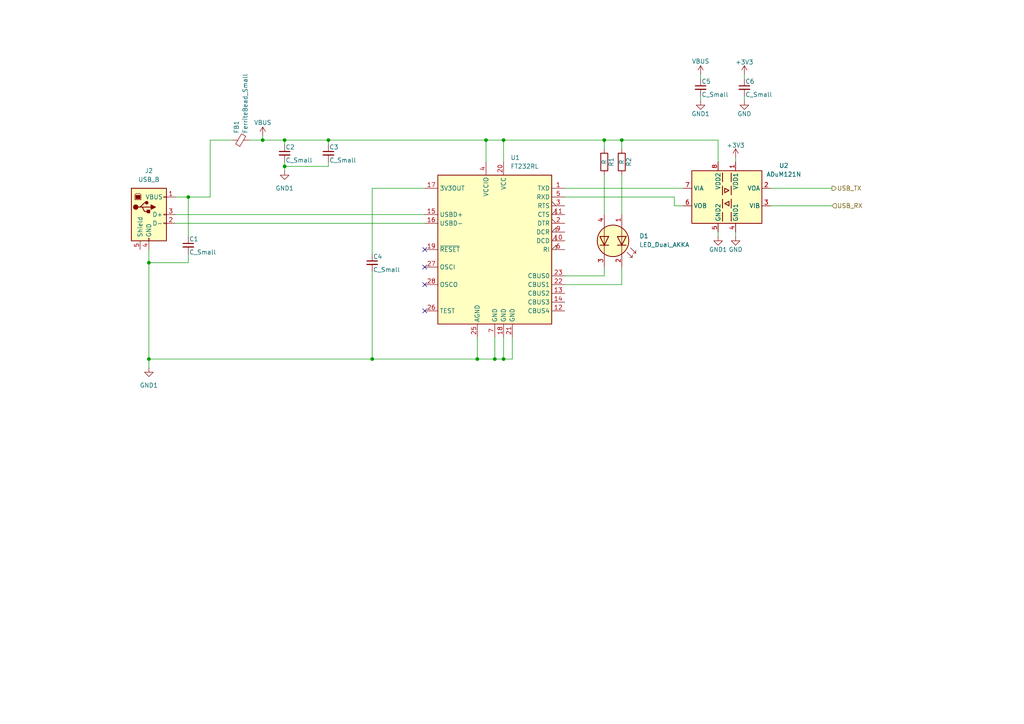
<source format=kicad_sch>
(kicad_sch (version 20211123) (generator eeschema)
  (paper "A4")
  (lib_symbols
    (symbol "Connector:USB_B" (pin_names (offset 1.016))
      (property "Reference" "J" (at -5.08 11.43 0))
      (property "Value" "USB_B" (at -5.08 8.89 0))
      (symbol "USB_B_0_1"
        (rectangle (start -5.08 -7.62) (end 5.08 7.62) (stroke (width 0.254)) (fill (type background)))
        (circle (center -3.81 2.159) (radius 0.635) (stroke (width 0.254)) (fill (type outline)))
        (rectangle (start -3.81 5.588) (end -2.54 4.572) (fill (type outline)))
        (circle (center -0.635 3.429) (radius 0.381) (stroke (width 0.254)) (fill (type outline)))
        (rectangle (start -0.127 -7.62) (end 0.127 -6.858))
        (polyline (pts (xy -1.905 2.159) (xy 0.635 2.159)) (stroke (width 0.254)))
        (polyline (pts (xy -3.175 2.159) (xy -2.54 2.159) (xy -1.27 3.429) (xy -0.635 3.429)) (stroke (width 0.254)))
        (polyline (pts (xy -2.54 2.159) (xy -1.905 2.159) (xy -1.27 0.889) (xy 0 0.889)) (stroke (width 0.254)))
        (polyline (pts (xy 0.635 2.794) (xy 0.635 1.524) (xy 1.905 2.159) (xy 0.635 2.794)) (stroke (width 0.254)) (fill (type outline)))
        (polyline (pts (xy -4.064 4.318) (xy -2.286 4.318) (xy -2.286 5.715) (xy -2.667 6.096) (xy -3.683 6.096) (xy -4.064 5.715) (xy -4.064 4.318)))
        (rectangle (start 0.254 1.27) (end -0.508 0.508) (stroke (width 0.254)) (fill (type outline)))
        (rectangle (start 5.08 -2.667) (end 4.318 -2.413))
        (rectangle (start 5.08 -0.127) (end 4.318 0.127))
        (rectangle (start 5.08 4.953) (end 4.318 5.207))
      )
      (symbol "USB_B_1_1"
        (pin power_out line (at 7.62 5.08 180) (length 2.54) (name "VBUS") (number "1"))
        (pin bidirectional line (at 7.62 -2.54 180) (length 2.54) (name "D-") (number "2"))
        (pin bidirectional line (at 7.62 0 180) (length 2.54) (name "D+") (number "3"))
        (pin power_out line (at 0 -10.16 90) (length 2.54) (name "GND") (number "4"))
        (pin passive line (at -2.54 -10.16 90) (length 2.54) (name "Shield") (number "5"))
      )
    )
    (symbol "Device:C_Small" (pin_numbers hide) (pin_names (offset 0.254) hide)
      (property "Reference" "C" (at 0.254 1.778 0))
      (property "Value" "C_Small" (at 0.254 -2.032 0))
      (symbol "C_Small_0_1"
        (polyline (pts (xy -1.524 -0.508) (xy 1.524 -0.508)) (stroke (width 0.3302)))
        (polyline (pts (xy -1.524 0.508) (xy 1.524 0.508)) (stroke (width 0.3048)))
      )
      (symbol "C_Small_1_1"
        (pin passive line (at 0 2.54 270) (length 2.032) (name "~") (number "1"))
        (pin passive line (at 0 -2.54 90) (length 2.032) (name "~") (number "2"))
      )
    )
    (symbol "Device:FerriteBead_Small" (pin_numbers hide) (pin_names (offset 0))
      (property "Reference" "FB" (at 1.905 1.27 0))
      (property "Value" "FerriteBead_Small" (at 1.905 -1.27 0))
      (symbol "FerriteBead_Small_0_1"
        (polyline (pts (xy 0 -1.27) (xy 0 -0.7874)))
        (polyline (pts (xy 0 0.889) (xy 0 1.2954)))
        (polyline (pts (xy -1.8288 0.2794) (xy -1.1176 1.4986) (xy 1.8288 -0.2032) (xy 1.1176 -1.4224) (xy -1.8288 0.2794)))
      )
      (symbol "FerriteBead_Small_1_1"
        (pin passive line (at 0 2.54 270) (length 1.27) (name "~") (number "1"))
        (pin passive line (at 0 -2.54 90) (length 1.27) (name "~") (number "2"))
      )
    )
    (symbol "Device:LED_Dual_AKKA" (pin_names (offset 0) hide)
      (property "Reference" "D" (at 0 5.715 0))
      (property "Value" "LED_Dual_AKKA" (at 0 -6.35 0))
      (symbol "LED_Dual_AKKA_0_1"
        (polyline (pts (xy -5.08 -2.54) (xy 2.032 -2.54)))
        (polyline (pts (xy -5.08 2.54) (xy 2.032 2.54)))
        (polyline (pts (xy 1.27 -1.27) (xy 1.27 -3.81)) (stroke (width 0.254)))
        (polyline (pts (xy 1.27 3.81) (xy 1.27 1.27)) (stroke (width 0.254)))
        (polyline (pts (xy 3.81 -2.54) (xy 1.905 -2.54)))
        (polyline (pts (xy 3.81 2.54) (xy 1.905 2.54)))
        (polyline (pts (xy -1.27 -1.27) (xy -1.27 -3.81) (xy 1.27 -2.54) (xy -1.27 -1.27)) (stroke (width 0.254)))
        (polyline (pts (xy -1.27 3.81) (xy -1.27 1.27) (xy 1.27 2.54) (xy -1.27 3.81)) (stroke (width 0.254)))
        (polyline (pts (xy 2.032 5.08) (xy 3.556 6.604) (xy 2.794 6.604) (xy 3.556 6.604) (xy 3.556 5.842)))
        (polyline (pts (xy 3.302 4.064) (xy 4.826 5.588) (xy 4.064 5.588) (xy 4.826 5.588) (xy 4.826 4.826)))
        (circle (center 0 0) (radius 4.572) (stroke (width 0.254)) (fill (type background)))
      )
      (symbol "LED_Dual_AKKA_1_1"
        (pin input line (at -7.62 2.54 0) (length 3.048) (name "A1") (number "1"))
        (pin input line (at 7.62 2.54 180) (length 3.81) (name "K1") (number "2"))
        (pin input line (at 7.62 -2.54 180) (length 3.81) (name "K2") (number "3"))
        (pin input line (at -7.62 -2.54 0) (length 3.048) (name "A2") (number "4"))
      )
    )
    (symbol "Device:R" (pin_numbers hide) (pin_names (offset 0))
      (property "Reference" "R" (at 2.032 0 90))
      (property "Value" "R" (at 0 0 90))
      (symbol "R_0_1"
        (rectangle (start -1.016 -2.54) (end 1.016 2.54) (stroke (width 0.254)))
      )
      (symbol "R_1_1"
        (pin passive line (at 0 3.81 270) (length 1.27) (name "~") (number "1"))
        (pin passive line (at 0 -3.81 90) (length 1.27) (name "~") (number "2"))
      )
    )
    (symbol "Interface_USB:FT232RL"
      (property "Reference" "U" (at -16.51 22.86 0))
      (property "Value" "FT232RL" (at 10.16 22.86 0))
      (symbol "FT232RL_0_1"
        (rectangle (start -16.51 21.59) (end 16.51 -21.59) (stroke (width 0.254)) (fill (type background)))
      )
      (symbol "FT232RL_1_1"
        (pin output line (at 20.32 17.78 180) (length 3.81) (name "TXD") (number "1"))
        (pin input input_low (at 20.32 2.54 180) (length 3.81) (name "DCD") (number "10"))
        (pin input input_low (at 20.32 10.16 180) (length 3.81) (name "CTS") (number "11"))
        (pin bidirectional line (at 20.32 -17.78 180) (length 3.81) (name "CBUS4") (number "12"))
        (pin bidirectional line (at 20.32 -12.7 180) (length 3.81) (name "CBUS2") (number "13"))
        (pin bidirectional line (at 20.32 -15.24 180) (length 3.81) (name "CBUS3") (number "14"))
        (pin bidirectional line (at -20.32 10.16 0) (length 3.81) (name "USBD+") (number "15"))
        (pin bidirectional line (at -20.32 7.62 0) (length 3.81) (name "USBD-") (number "16"))
        (pin power_out line (at -20.32 17.78 0) (length 3.81) (name "3V3OUT") (number "17"))
        (pin power_in line (at 2.54 -25.4 90) (length 3.81) (name "GND") (number "18"))
        (pin input line (at -20.32 0 0) (length 3.81) (name "~{RESET}") (number "19"))
        (pin output output_low (at 20.32 7.62 180) (length 3.81) (name "DTR") (number "2"))
        (pin power_in line (at 2.54 25.4 270) (length 3.81) (name "VCC") (number "20"))
        (pin power_in line (at 5.08 -25.4 90) (length 3.81) (name "GND") (number "21"))
        (pin bidirectional line (at 20.32 -10.16 180) (length 3.81) (name "CBUS1") (number "22"))
        (pin bidirectional line (at 20.32 -7.62 180) (length 3.81) (name "CBUS0") (number "23"))
        (pin power_in line (at -5.08 -25.4 90) (length 3.81) (name "AGND") (number "25"))
        (pin input line (at -20.32 -17.78 0) (length 3.81) (name "TEST") (number "26"))
        (pin input line (at -20.32 -5.08 0) (length 3.81) (name "OSCI") (number "27"))
        (pin output line (at -20.32 -10.16 0) (length 3.81) (name "OSCO") (number "28"))
        (pin output output_low (at 20.32 12.7 180) (length 3.81) (name "RTS") (number "3"))
        (pin power_in line (at -2.54 25.4 270) (length 3.81) (name "VCCIO") (number "4"))
        (pin input line (at 20.32 15.24 180) (length 3.81) (name "RXD") (number "5"))
        (pin input input_low (at 20.32 0 180) (length 3.81) (name "RI") (number "6"))
        (pin power_in line (at 0 -25.4 90) (length 3.81) (name "GND") (number "7"))
        (pin input input_low (at 20.32 5.08 180) (length 3.81) (name "DCR") (number "9"))
      )
    )
    (symbol "Isolator:ADuM121N"
      (property "Reference" "U" (at -10.16 8.89 0))
      (property "Value" "ADuM121N" (at 3.81 8.89 0))
      (symbol "ADuM121N_0_1"
        (rectangle (start -10.16 7.62) (end 10.16 -7.62) (stroke (width 0.254)) (fill (type background)))
        (polyline (pts (xy -1.27 -4.445) (xy -1.27 -6.985)) (stroke (width 0.254)))
        (polyline (pts (xy -1.27 -0.635) (xy -1.27 -3.175)) (stroke (width 0.254)))
        (polyline (pts (xy -1.27 3.175) (xy -1.27 0.635)) (stroke (width 0.254)))
        (polyline (pts (xy -1.27 6.985) (xy -1.27 4.445)) (stroke (width 0.254)))
        (polyline (pts (xy 1.27 -4.445) (xy 1.27 -6.985)) (stroke (width 0.254)))
        (polyline (pts (xy 1.27 -0.635) (xy 1.27 -3.175)) (stroke (width 0.254)))
        (polyline (pts (xy 1.27 3.175) (xy 1.27 0.635)) (stroke (width 0.254)))
        (polyline (pts (xy 1.27 6.985) (xy 1.27 4.445)) (stroke (width 0.254)))
        (polyline (pts (xy -0.635 -1.27) (xy -0.635 -2.54) (xy 0.635 -1.905) (xy -0.635 -1.27)) (stroke (width 0.254)))
        (polyline (pts (xy 0.635 1.27) (xy -0.635 1.905) (xy 0.635 2.54) (xy 0.635 1.27)) (stroke (width 0.254)))
      )
      (symbol "ADuM121N_1_1"
        (pin power_in line (at -2.54 10.16 270) (length 2.54) (name "VDD1") (number "1"))
        (pin output line (at -12.7 2.54 0) (length 2.54) (name "VOA") (number "2"))
        (pin input line (at -12.7 -2.54 0) (length 2.54) (name "VIB") (number "3"))
        (pin power_in line (at -2.54 -10.16 90) (length 2.54) (name "GND1") (number "4"))
        (pin power_in line (at 2.54 -10.16 90) (length 2.54) (name "GND2") (number "5"))
        (pin output line (at 12.7 -2.54 180) (length 2.54) (name "VOB") (number "6"))
        (pin input line (at 12.7 2.54 180) (length 2.54) (name "VIA") (number "7"))
        (pin power_in line (at 2.54 10.16 270) (length 2.54) (name "VDD2") (number "8"))
      )
    )
    (symbol "power:+3V3" (power) (pin_names (offset 0))
      (property "Value" "+3V3" (at 0 3.556 0))
      (symbol "+3V3_0_1"
        (polyline (pts (xy -0.762 1.27) (xy 0 2.54)))
        (polyline (pts (xy 0 0) (xy 0 2.54)))
        (polyline (pts (xy 0 2.54) (xy 0.762 1.27)))
      )
      (symbol "+3V3_1_1"
        (pin power_in line (at 0 0 90) (length 0) hide (name "+3V3") (number "1"))
      )
    )
    (symbol "power:GND" (power) (pin_names (offset 0))
      (property "Value" "GND" (at 0 -3.81 0))
      (symbol "GND_0_1"
        (polyline (pts (xy 0 0) (xy 0 -1.27) (xy 1.27 -1.27) (xy 0 -2.54) (xy -1.27 -1.27) (xy 0 -1.27)))
      )
      (symbol "GND_1_1"
        (pin power_in line (at 0 0 270) (length 0) hide (name "GND") (number "1"))
      )
    )
    (symbol "power:GND1" (power) (pin_names (offset 0))
      (property "Value" "GND1" (at 0 -3.81 0))
      (symbol "GND1_0_1"
        (polyline (pts (xy 0 0) (xy 0 -1.27) (xy 1.27 -1.27) (xy 0 -2.54) (xy -1.27 -1.27) (xy 0 -1.27)))
      )
      (symbol "GND1_1_1"
        (pin power_in line (at 0 0 270) (length 0) hide (name "GND1") (number "1"))
      )
    )
    (symbol "power:VBUS" (power) (pin_names (offset 0))
      (property "Value" "VBUS" (at 0 3.81 0))
      (symbol "VBUS_0_1"
        (polyline (pts (xy -0.762 1.27) (xy 0 2.54)))
        (polyline (pts (xy 0 0) (xy 0 2.54)))
        (polyline (pts (xy 0 2.54) (xy 0.762 1.27)))
      )
      (symbol "VBUS_1_1"
        (pin power_in line (at 0 0 90) (length 0) hide (name "VBUS") (number "1"))
      )
    )
  )
  (junction (at 43.18 76.2))
  (junction (at 146.05 40.64))
  (junction (at 175.26 40.64))
  (junction (at 54.61 57.15))
  (junction (at 76.2 40.64))
  (junction (at 180.34 40.64))
  (junction (at 138.43 104.14))
  (junction (at 43.18 104.14))
  (junction (at 82.55 40.64))
  (junction (at 140.97 40.64))
  (junction (at 82.55 48.26))
  (junction (at 146.05 104.14))
  (junction (at 143.51 104.14))
  (junction (at 95.25 40.64))
  (junction (at 107.95 104.14))
  (no_connect (at 123.19 82.55))
  (no_connect (at 123.19 77.47))
  (no_connect (at 123.19 90.17))
  (no_connect (at 123.19 72.39))
  (wire (pts (xy 138.43 104.14) (xy 143.51 104.14)))
  (wire (pts (xy 50.8 57.15) (xy 54.61 57.15)))
  (wire (pts (xy 76.2 39.37) (xy 76.2 40.64)))
  (wire (pts (xy 208.28 46.99) (xy 208.28 40.64)))
  (wire (pts (xy 54.61 57.15) (xy 60.96 57.15)))
  (wire (pts (xy 146.05 46.99) (xy 146.05 40.64)))
  (wire (pts (xy 54.61 57.15) (xy 54.61 68.58)))
  (wire (pts (xy 180.34 82.55) (xy 180.34 77.47)))
  (wire (pts (xy 107.95 78.74) (xy 107.95 104.14)))
  (wire (pts (xy 82.55 48.26) (xy 82.55 49.53)))
  (wire (pts (xy 180.34 40.64) (xy 180.34 43.18)))
  (wire (pts (xy 82.55 40.64) (xy 82.55 41.91)))
  (wire (pts (xy 163.83 57.15) (xy 195.58 57.15)))
  (wire (pts (xy 208.28 67.31) (xy 208.28 68.58)))
  (wire (pts (xy 203.2 21.59) (xy 203.2 22.86)))
  (wire (pts (xy 54.61 73.66) (xy 54.61 76.2)))
  (wire (pts (xy 82.55 40.64) (xy 95.25 40.64)))
  (wire (pts (xy 213.36 67.31) (xy 213.36 68.58)))
  (wire (pts (xy 180.34 50.8) (xy 180.34 62.23)))
  (wire (pts (xy 76.2 40.64) (xy 82.55 40.64)))
  (wire (pts (xy 175.26 77.47) (xy 175.26 80.01)))
  (wire (pts (xy 146.05 104.14) (xy 143.51 104.14)))
  (wire (pts (xy 223.52 59.69) (xy 241.3 59.69)))
  (wire (pts (xy 50.8 62.23) (xy 123.19 62.23)))
  (wire (pts (xy 148.59 104.14) (xy 146.05 104.14)))
  (wire (pts (xy 107.95 54.61) (xy 123.19 54.61)))
  (wire (pts (xy 143.51 104.14) (xy 143.51 97.79)))
  (wire (pts (xy 43.18 76.2) (xy 43.18 104.14)))
  (wire (pts (xy 107.95 73.66) (xy 107.95 54.61)))
  (wire (pts (xy 195.58 59.69) (xy 195.58 57.15)))
  (wire (pts (xy 138.43 97.79) (xy 138.43 104.14)))
  (wire (pts (xy 146.05 97.79) (xy 146.05 104.14)))
  (wire (pts (xy 50.8 64.77) (xy 123.19 64.77)))
  (wire (pts (xy 215.9 21.59) (xy 215.9 22.86)))
  (wire (pts (xy 213.36 45.72) (xy 213.36 46.99)))
  (wire (pts (xy 175.26 40.64) (xy 175.26 43.18)))
  (wire (pts (xy 140.97 40.64) (xy 140.97 46.99)))
  (wire (pts (xy 43.18 104.14) (xy 107.95 104.14)))
  (wire (pts (xy 198.12 59.69) (xy 195.58 59.69)))
  (wire (pts (xy 208.28 40.64) (xy 180.34 40.64)))
  (wire (pts (xy 95.25 40.64) (xy 95.25 41.91)))
  (wire (pts (xy 148.59 97.79) (xy 148.59 104.14)))
  (wire (pts (xy 43.18 76.2) (xy 54.61 76.2)))
  (wire (pts (xy 175.26 80.01) (xy 163.83 80.01)))
  (wire (pts (xy 163.83 54.61) (xy 198.12 54.61)))
  (wire (pts (xy 82.55 46.99) (xy 82.55 48.26)))
  (wire (pts (xy 107.95 104.14) (xy 138.43 104.14)))
  (wire (pts (xy 163.83 82.55) (xy 180.34 82.55)))
  (wire (pts (xy 60.96 40.64) (xy 67.31 40.64)))
  (wire (pts (xy 95.25 46.99) (xy 95.25 48.26)))
  (wire (pts (xy 140.97 40.64) (xy 146.05 40.64)))
  (wire (pts (xy 43.18 104.14) (xy 43.18 106.68)))
  (wire (pts (xy 43.18 72.39) (xy 43.18 76.2)))
  (wire (pts (xy 95.25 48.26) (xy 82.55 48.26)))
  (wire (pts (xy 72.39 40.64) (xy 76.2 40.64)))
  (wire (pts (xy 215.9 27.94) (xy 215.9 29.21)))
  (wire (pts (xy 223.52 54.61) (xy 241.3 54.61)))
  (wire (pts (xy 175.26 50.8) (xy 175.26 62.23)))
  (wire (pts (xy 60.96 57.15) (xy 60.96 40.64)))
  (wire (pts (xy 175.26 40.64) (xy 146.05 40.64)))
  (wire (pts (xy 203.2 27.94) (xy 203.2 29.21)))
  (wire (pts (xy 180.34 40.64) (xy 175.26 40.64)))
  (wire (pts (xy 95.25 40.64) (xy 140.97 40.64)))
  (hierarchical_label "USB_TX" (shape output) (at 241.3 54.61 0))
  (hierarchical_label "USB_RX" (shape input) (at 241.3 59.69 0))
  (symbol (lib_id "Connector:USB_B") (at 43.18 62.23 0) (unit 1)
    (property "Reference" "J2" (at 43.18 49.53 0))
    (property "Value" "USB_B" (at 43.18 52.07 0))
    (property "Footprint" "Connector_USB:USB_A_Molex_67643_Horizontal" (effects hide))
    (property "Datasheet" " ~" (effects hide))
  )
  (symbol (lib_id "Device:R") (at 175.26 46.99 0) (unit 1)
    (property "Reference" "R1" (at 177.292 46.99 90))
    (property "Value" "R" (at 175.26 46.99 90))
  )
  (symbol (lib_id "Device:C_Small") (at 95.25 44.45 0) (unit 1)
    (property "Reference" "C3" (at 95.504 42.672 0) (effects (justify left)))
    (property "Value" "C_Small" (at 95.504 46.482 0) (effects (justify left)))
  )
  (symbol (lib_id "Interface_USB:FT232RL") (at 143.51 72.39 0) (unit 1)
    (property "Reference" "U1" (at 148.0694 45.72 0) (effects (justify left)))
    (property "Value" "FT232RL" (at 148.0694 48.26 0) (effects (justify left)))
    (property "Footprint" "Package_SO:SSOP-28_5.3x10.2mm_P0.65mm" (effects hide))
    (property "Datasheet" "https://www.ftdichip.com/Support/Documents/DataSheets/ICs/DS_FT232R.pdf" (effects hide))
  )
  (symbol (lib_id "Device:C_Small") (at 82.55 44.45 0) (unit 1)
    (property "Reference" "C2" (at 82.804 42.672 0) (effects (justify left)))
    (property "Value" "C_Small" (at 82.804 46.482 0) (effects (justify left)))
  )
  (symbol (lib_id "Device:C_Small") (at 215.9 25.4 0) (unit 1)
    (property "Reference" "C6" (at 216.154 23.622 0) (effects (justify left)))
    (property "Value" "C_Small" (at 216.154 27.432 0) (effects (justify left)))
  )
  (symbol (lib_id "power:GND1") (at 43.18 106.68 0) (unit 1)
    (property "Reference" "#PWR01" (effects hide))
    (property "Value" "GND1" (at 43.18 111.76 0))
  )
  (symbol (lib_id "Device:C_Small") (at 203.2 25.4 0) (unit 1)
    (property "Reference" "C5" (at 203.454 23.622 0) (effects (justify left)))
    (property "Value" "C_Small" (at 203.454 27.432 0) (effects (justify left)))
  )
  (symbol (lib_id "power:+3V3") (at 213.36 45.72 0) (unit 1)
    (property "Reference" "#PWR07" (effects hide))
    (property "Value" "+3V3" (at 213.36 42.164 0))
  )
  (symbol (lib_id "Isolator:ADuM121N") (at 210.82 57.15 0) (mirror y) (unit 1)
    (property "Reference" "U2" (at 227.33 48.0312 0))
    (property "Value" "ADuM121N" (at 227.33 50.5712 0))
    (property "Footprint" "Package_SO:SOIC-8_3.9x4.9mm_P1.27mm" (effects hide))
    (property "Datasheet" "https://www.analog.com/media/en/technical-documentation/data-sheets/ADuM120N_121N.pdf" (effects hide))
  )
  (symbol (lib_id "Device:R") (at 180.34 46.99 0) (unit 1)
    (property "Reference" "R2" (at 182.372 46.99 90))
    (property "Value" "R" (at 180.34 46.99 90))
  )
  (symbol (lib_id "power:GND") (at 213.36 68.58 0) (unit 1)
    (property "Reference" "#PWR08" (effects hide))
    (property "Value" "GND" (at 213.36 72.39 0))
  )
  (symbol (lib_id "power:GND1") (at 82.55 49.53 0) (unit 1)
    (property "Reference" "#PWR03" (effects hide))
    (property "Value" "GND1" (at 82.55 54.61 0))
  )
  (symbol (lib_id "power:GND1") (at 203.2 29.21 0) (unit 1)
    (property "Reference" "#PWR05" (effects hide))
    (property "Value" "GND1" (at 203.2 33.02 0))
  )
  (symbol (lib_id "power:GND1") (at 208.28 68.58 0) (unit 1)
    (property "Reference" "#PWR06" (effects hide))
    (property "Value" "GND1" (at 208.28 72.39 0))
  )
  (symbol (lib_id "Device:FerriteBead_Small") (at 69.85 40.64 90) (unit 1)
    (property "Reference" "FB1" (at 68.58 38.735 0) (effects (justify left)))
    (property "Value" "FerriteBead_Small" (at 71.12 38.735 0) (effects (justify left)))
  )
  (symbol (lib_id "power:VBUS") (at 203.2 21.59 0) (unit 1)
    (property "Reference" "#PWR04" (effects hide))
    (property "Value" "VBUS" (at 203.2 17.78 0))
  )
  (symbol (lib_id "power:GND") (at 215.9 29.21 0) (unit 1)
    (property "Reference" "#PWR010" (effects hide))
    (property "Value" "GND" (at 215.9 33.02 0))
  )
  (symbol (lib_id "Device:LED_Dual_AKKA") (at 177.8 69.85 270) (unit 1)
    (property "Reference" "D1" (at 185.42 68.4529 90) (effects (justify left)))
    (property "Value" "LED_Dual_AKKA" (at 185.42 70.9929 90) (effects (justify left)))
    (property "Footprint" "LED_SMD:LED_ASMB-KTF0-0A306" (effects hide))
  )
  (symbol (lib_id "power:+3V3") (at 215.9 21.59 0) (unit 1)
    (property "Reference" "#PWR09" (effects hide))
    (property "Value" "+3V3" (at 215.9 18.034 0))
  )
  (symbol (lib_id "Device:C_Small") (at 54.61 71.12 0) (unit 1)
    (property "Reference" "C1" (at 54.864 69.342 0) (effects (justify left)))
    (property "Value" "C_Small" (at 54.864 73.152 0) (effects (justify left)))
  )
  (symbol (lib_id "power:VBUS") (at 76.2 39.37 0) (unit 1)
    (property "Reference" "#PWR02" (effects hide))
    (property "Value" "VBUS" (at 76.2 35.56 0))
  )
  (symbol (lib_id "Device:C_Small") (at 107.95 76.2 0) (unit 1)
    (property "Reference" "C4" (at 108.204 74.422 0) (effects (justify left)))
    (property "Value" "C_Small" (at 108.204 78.232 0) (effects (justify left)))
  )
)
</source>
